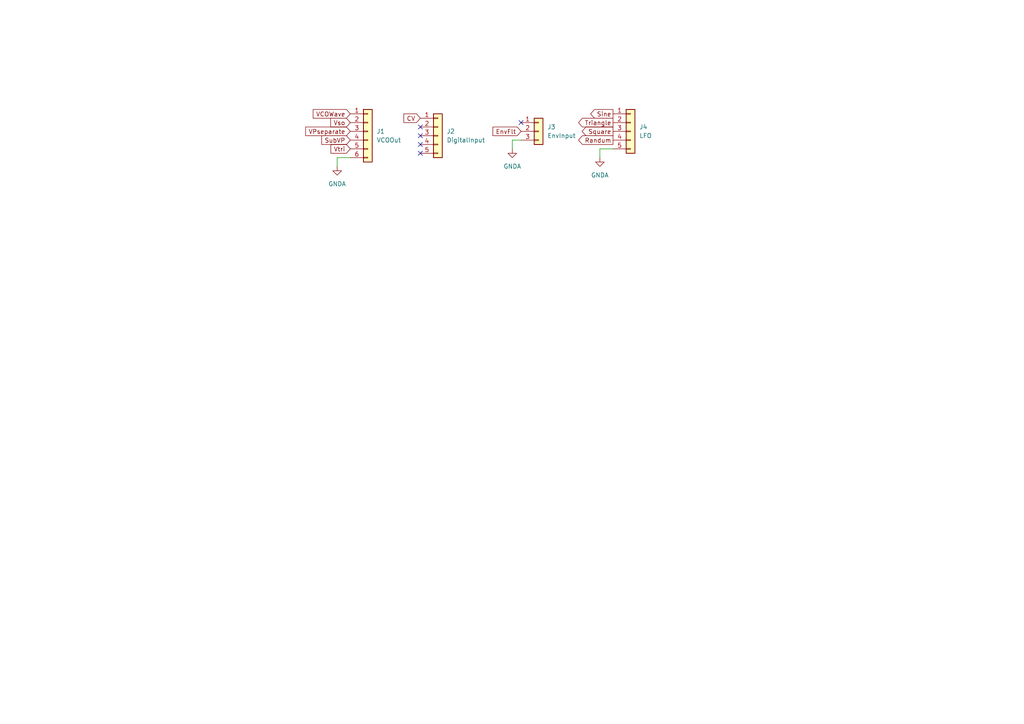
<source format=kicad_sch>
(kicad_sch (version 20250114) (generator "eeschema") (generator_version "9.0")
  (paper "A4")
  (lib_symbols
    (symbol "Connector_Generic:Conn_01x03" (pin_names (offset 1.016) (hide yes))
      (property "Reference" "J" (at 0 5.08 0))
      (property "Value" "Conn_01x03" (at 0 -5.08 0))
      (symbol "Conn_01x03_1_1"
        (rectangle (start -1.27 3.81) (end 1.27 -3.81) (stroke (width 0.254)) (fill (type background)))
        (rectangle (start -1.27 2.667) (end 0 2.413) (stroke (width 0.1524)))
        (rectangle (start -1.27 0.127) (end 0 -0.127) (stroke (width 0.1524)))
        (rectangle (start -1.27 -2.413) (end 0 -2.667) (stroke (width 0.1524)))
        (pin passive line (at -5.08 2.54 0) (length 3.81) (name "Pin_1") (number "1"))
        (pin passive line (at -5.08 0 0) (length 3.81) (name "Pin_2") (number "2"))
        (pin passive line (at -5.08 -2.54 0) (length 3.81) (name "Pin_3") (number "3"))
      )
    )
    (symbol "Connector_Generic:Conn_01x05" (pin_names (offset 1.016) (hide yes))
      (property "Reference" "J" (at 0 7.62 0))
      (property "Value" "Conn_01x05" (at 0 -7.62 0))
      (symbol "Conn_01x05_1_1"
        (rectangle (start -1.27 6.35) (end 1.27 -6.35) (stroke (width 0.254)) (fill (type background)))
        (rectangle (start -1.27 5.207) (end 0 4.953) (stroke (width 0.1524)))
        (rectangle (start -1.27 2.667) (end 0 2.413) (stroke (width 0.1524)))
        (rectangle (start -1.27 0.127) (end 0 -0.127) (stroke (width 0.1524)))
        (rectangle (start -1.27 -2.413) (end 0 -2.667) (stroke (width 0.1524)))
        (rectangle (start -1.27 -4.953) (end 0 -5.207) (stroke (width 0.1524)))
        (pin passive line (at -5.08 5.08 0) (length 3.81) (name "Pin_1") (number "1"))
        (pin passive line (at -5.08 2.54 0) (length 3.81) (name "Pin_2") (number "2"))
        (pin passive line (at -5.08 0 0) (length 3.81) (name "Pin_3") (number "3"))
        (pin passive line (at -5.08 -2.54 0) (length 3.81) (name "Pin_4") (number "4"))
        (pin passive line (at -5.08 -5.08 0) (length 3.81) (name "Pin_5") (number "5"))
      )
    )
    (symbol "Connector_Generic:Conn_01x06" (pin_names (offset 1.016) (hide yes))
      (property "Reference" "J" (at 0 7.62 0))
      (property "Value" "Conn_01x06" (at 0 -10.16 0))
      (symbol "Conn_01x06_1_1"
        (rectangle (start -1.27 6.35) (end 1.27 -8.89) (stroke (width 0.254)) (fill (type background)))
        (rectangle (start -1.27 5.207) (end 0 4.953) (stroke (width 0.1524)))
        (rectangle (start -1.27 2.667) (end 0 2.413) (stroke (width 0.1524)))
        (rectangle (start -1.27 0.127) (end 0 -0.127) (stroke (width 0.1524)))
        (rectangle (start -1.27 -2.413) (end 0 -2.667) (stroke (width 0.1524)))
        (rectangle (start -1.27 -4.953) (end 0 -5.207) (stroke (width 0.1524)))
        (rectangle (start -1.27 -7.493) (end 0 -7.747) (stroke (width 0.1524)))
        (pin passive line (at -5.08 5.08 0) (length 3.81) (name "Pin_1") (number "1"))
        (pin passive line (at -5.08 2.54 0) (length 3.81) (name "Pin_2") (number "2"))
        (pin passive line (at -5.08 0 0) (length 3.81) (name "Pin_3") (number "3"))
        (pin passive line (at -5.08 -2.54 0) (length 3.81) (name "Pin_4") (number "4"))
        (pin passive line (at -5.08 -5.08 0) (length 3.81) (name "Pin_5") (number "5"))
        (pin passive line (at -5.08 -7.62 0) (length 3.81) (name "Pin_6") (number "6"))
      )
    )
    (symbol "power:GNDA" (power) (pin_numbers (hide yes)) (pin_names (offset 0) (hide yes))
      (property "Value" "GNDA" (at 0 -3.81 0))
      (symbol "GNDA_0_1"
        (polyline (pts (xy 0 0) (xy 0 -1.27) (xy 1.27 -1.27) (xy 0 -2.54) (xy -1.27 -1.27) (xy 0 -1.27)))
      )
      (symbol "GNDA_1_1"
        (pin power_in line (at 0 0 270) (length 0) (name "~") (number "1"))
      )
    )
  )
  (no_connect (at 121.92 41.91))
  (no_connect (at 121.92 36.83))
  (no_connect (at 151.13 35.56))
  (no_connect (at 121.92 44.45))
  (no_connect (at 121.92 39.37))
  (wire (pts (xy 151.13 40.64) (xy 148.59 40.64)))
  (wire (pts (xy 177.8 43.18) (xy 173.99 43.18)))
  (wire (pts (xy 97.79 45.72) (xy 97.79 48.26)))
  (wire (pts (xy 101.6 45.72) (xy 97.79 45.72)))
  (wire (pts (xy 148.59 40.64) (xy 148.59 43.18)))
  (wire (pts (xy 173.99 43.18) (xy 173.99 45.72)))
  (global_label "EnvFlt" (shape input) (at 151.13 38.1 180) (property "Intersheetrefs" "${INTERSHEET_REFS}" (effects (hide yes))))
  (global_label "Randum" (shape output) (at 177.8 40.64 180) (property "Intersheetrefs" "${INTERSHEET_REFS}" (effects (hide yes))))
  (global_label "Square" (shape output) (at 177.8 38.1 180) (property "Intersheetrefs" "${INTERSHEET_REFS}" (effects (hide yes))))
  (global_label "Triangle" (shape output) (at 177.8 35.56 180) (property "Intersheetrefs" "${INTERSHEET_REFS}" (effects (hide yes))))
  (global_label "VCOWave" (shape input) (at 101.6 33.02 180) (property "Intersheetrefs" "${INTERSHEET_REFS}" (effects (hide yes))))
  (global_label "Vtri" (shape input) (at 101.6 43.18 180) (property "Intersheetrefs" "${INTERSHEET_REFS}" (effects (hide yes))))
  (global_label "VPseparate" (shape input) (at 101.6 38.1 180) (property "Intersheetrefs" "${INTERSHEET_REFS}" (effects (hide yes))))
  (global_label "Sine" (shape output) (at 177.8 33.02 180) (property "Intersheetrefs" "${INTERSHEET_REFS}" (effects (hide yes))))
  (global_label "CV" (shape input) (at 121.92 34.29 180) (property "Intersheetrefs" "${INTERSHEET_REFS}" (effects (hide yes))))
  (global_label "SubVP" (shape input) (at 101.6 40.64 180) (property "Intersheetrefs" "${INTERSHEET_REFS}" (effects (hide yes))))
  (global_label "Vso" (shape input) (at 101.6 35.56 180) (property "Intersheetrefs" "${INTERSHEET_REFS}" (effects (hide yes))))
  (symbol (lib_id "power:GNDA") (at 148.59 43.18 0) (unit 1)
    (property "Reference" "#PWR035" (effects (hide yes)))
    (property "Value" "GNDA" (at 148.59 48.26 0))
    (property "Description" "Power symbol creates a global label with name \"GNDA\" , analog ground" (effects (hide yes)))
  )
  (symbol (lib_id "power:GNDA") (at 97.79 48.26 0) (unit 1)
    (property "Reference" "#PWR085" (effects (hide yes)))
    (property "Value" "GNDA" (at 97.79 53.34 0))
    (property "Description" "Power symbol creates a global label with name \"GNDA\" , analog ground" (effects (hide yes)))
  )
  (symbol (lib_id "Connector_Generic:Conn_01x05") (at 127 39.37 0) (unit 1)
    (property "Reference" "J2" (at 129.54 38.0999 0) (effects (justify left)))
    (property "Value" "DigitalInput" (at 129.54 40.6399 0) (effects (justify left)))
    (property "Footprint" "Connector_PinHeader_2.54mm:PinHeader_1x05_P2.54mm_Vertical" (effects (hide yes)))
    (property "Description" "Generic connector, single row, 01x05, script generated (kicad-library-utils/schlib/autogen/connector/)" (effects (hide yes)))
  )
  (symbol (lib_id "power:GNDA") (at 173.99 45.72 0) (unit 1)
    (property "Reference" "#PWR0139" (effects (hide yes)))
    (property "Value" "GNDA" (at 173.99 50.8 0))
    (property "Description" "Power symbol creates a global label with name \"GNDA\" , analog ground" (effects (hide yes)))
  )
  (symbol (lib_id "Connector_Generic:Conn_01x06") (at 106.68 38.1 0) (unit 1)
    (property "Reference" "J1" (at 109.22 38.0999 0) (effects (justify left)))
    (property "Value" "VCOOut" (at 109.22 40.6399 0) (effects (justify left)))
    (property "Footprint" "Connector_PinSocket_2.54mm:PinSocket_1x06_P2.54mm_Vertical" (effects (hide yes)))
    (property "Description" "Generic connector, single row, 01x06, script generated (kicad-library-utils/schlib/autogen/connector/)" (effects (hide yes)))
  )
  (symbol (lib_id "Connector_Generic:Conn_01x03") (at 156.21 38.1 0) (unit 1)
    (property "Reference" "J3" (at 158.75 36.8299 0) (effects (justify left)))
    (property "Value" "EnvInput" (at 158.75 39.3699 0) (effects (justify left)))
    (property "Footprint" "Connector_PinSocket_2.54mm:PinSocket_1x03_P2.54mm_Vertical" (effects (hide yes)))
    (property "Description" "Generic connector, single row, 01x03, script generated (kicad-library-utils/schlib/autogen/connector/)" (effects (hide yes)))
  )
  (symbol (lib_id "Connector_Generic:Conn_01x05") (at 182.88 38.1 0) (unit 1)
    (property "Reference" "J4" (at 185.42 36.8299 0) (effects (justify left)))
    (property "Value" "LFO" (at 185.42 39.3699 0) (effects (justify left)))
    (property "Footprint" "Connector_PinSocket_2.54mm:PinSocket_1x05_P2.54mm_Vertical" (effects (hide yes)))
    (property "Description" "Generic connector, single row, 01x05, script generated (kicad-library-utils/schlib/autogen/connector/)" (effects (hide yes)))
  )
)
</source>
